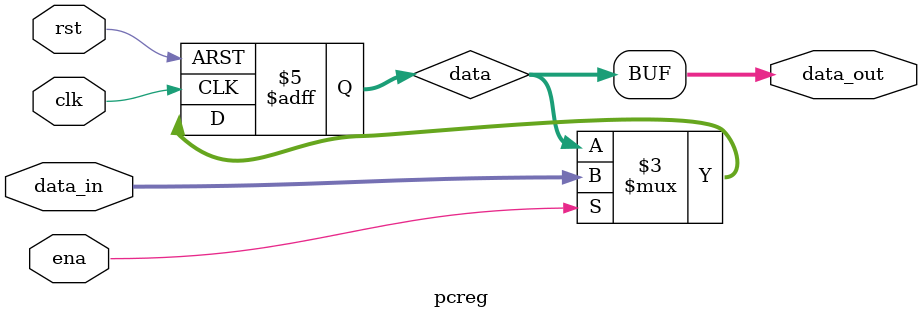
<source format=v>
`timescale 1ns / 1ps

module pcreg(
    input clk,
    input rst,
    input ena,
    input [31:0] data_in,
    output [31:0] data_out
    );
    
    reg [31:0] data=32'b0;

    always @(posedge clk or posedge rst) begin
        if(rst) data<=32'h00400000;        //reset key
        else begin
            if(ena) data<=data_in;        //enable ,input 
        end
    end
    
    assign data_out    =   data;
    
endmodule

</source>
